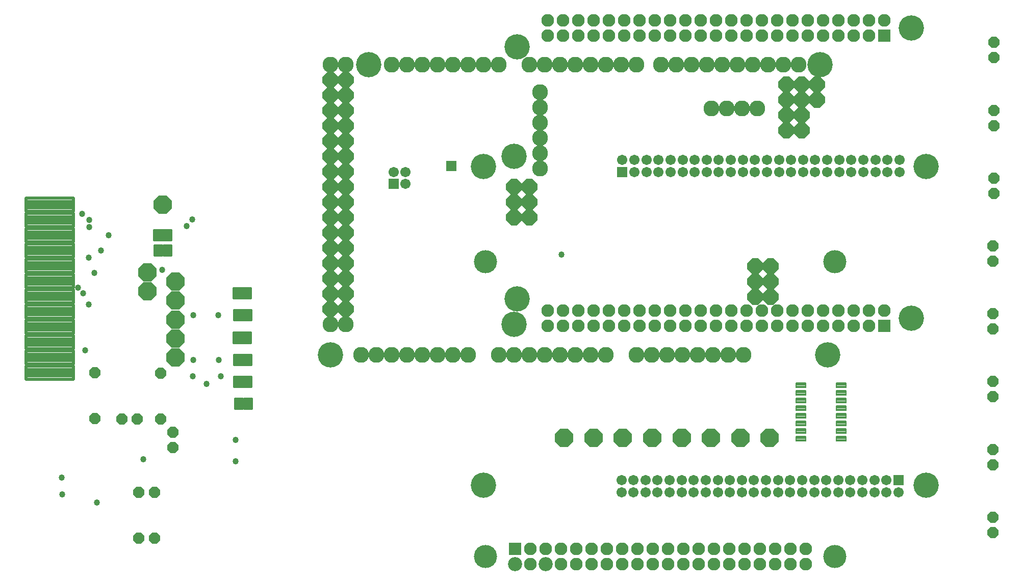
<source format=gbs>
G75*
%MOIN*%
%OFA0B0*%
%FSLAX25Y25*%
%IPPOS*%
%LPD*%
%AMOC8*
5,1,8,0,0,1.08239X$1,22.5*
%
%ADD10C,0.02094*%
%ADD11C,0.10360*%
%ADD12OC8,0.10360*%
%ADD13C,0.16535*%
%ADD14R,0.06720X0.06720*%
%ADD15C,0.06720*%
%ADD16R,0.08312X0.08312*%
%ADD17C,0.08312*%
%ADD18C,0.01288*%
%ADD19R,0.00600X0.07200*%
%ADD20OC8,0.07280*%
%ADD21C,0.09240*%
%ADD22C,0.15157*%
%ADD23C,0.00772*%
%ADD24OC8,0.11900*%
%ADD25C,0.04060*%
D10*
X0088073Y0223538D02*
X0118971Y0223538D01*
X0118971Y0215160D01*
X0088073Y0215160D01*
X0088073Y0223538D01*
X0088073Y0217253D02*
X0118971Y0217253D01*
X0118971Y0219346D02*
X0088073Y0219346D01*
X0088073Y0221439D02*
X0118971Y0221439D01*
X0118971Y0223532D02*
X0088073Y0223532D01*
X0088073Y0233538D02*
X0118971Y0233538D01*
X0118971Y0225160D01*
X0088073Y0225160D01*
X0088073Y0233538D01*
X0088073Y0227253D02*
X0118971Y0227253D01*
X0118971Y0229346D02*
X0088073Y0229346D01*
X0088073Y0231439D02*
X0118971Y0231439D01*
X0118971Y0233532D02*
X0088073Y0233532D01*
X0088073Y0243538D02*
X0118971Y0243538D01*
X0118971Y0235160D01*
X0088073Y0235160D01*
X0088073Y0243538D01*
X0088073Y0237253D02*
X0118971Y0237253D01*
X0118971Y0239346D02*
X0088073Y0239346D01*
X0088073Y0241439D02*
X0118971Y0241439D01*
X0118971Y0243532D02*
X0088073Y0243532D01*
X0088073Y0253538D02*
X0118971Y0253538D01*
X0118971Y0245160D01*
X0088073Y0245160D01*
X0088073Y0253538D01*
X0088073Y0247253D02*
X0118971Y0247253D01*
X0118971Y0249346D02*
X0088073Y0249346D01*
X0088073Y0251439D02*
X0118971Y0251439D01*
X0118971Y0253532D02*
X0088073Y0253532D01*
X0088073Y0263538D02*
X0118971Y0263538D01*
X0118971Y0255160D01*
X0088073Y0255160D01*
X0088073Y0263538D01*
X0088073Y0257253D02*
X0118971Y0257253D01*
X0118971Y0259346D02*
X0088073Y0259346D01*
X0088073Y0261439D02*
X0118971Y0261439D01*
X0118971Y0263532D02*
X0088073Y0263532D01*
X0088073Y0273538D02*
X0118971Y0273538D01*
X0118971Y0265160D01*
X0088073Y0265160D01*
X0088073Y0273538D01*
X0088073Y0267253D02*
X0118971Y0267253D01*
X0118971Y0269346D02*
X0088073Y0269346D01*
X0088073Y0271439D02*
X0118971Y0271439D01*
X0118971Y0273532D02*
X0088073Y0273532D01*
X0088073Y0283538D02*
X0118971Y0283538D01*
X0118971Y0275160D01*
X0088073Y0275160D01*
X0088073Y0283538D01*
X0088073Y0277253D02*
X0118971Y0277253D01*
X0118971Y0279346D02*
X0088073Y0279346D01*
X0088073Y0281439D02*
X0118971Y0281439D01*
X0118971Y0283532D02*
X0088073Y0283532D01*
X0088073Y0293538D02*
X0118971Y0293538D01*
X0118971Y0285160D01*
X0088073Y0285160D01*
X0088073Y0293538D01*
X0088073Y0287253D02*
X0118971Y0287253D01*
X0118971Y0289346D02*
X0088073Y0289346D01*
X0088073Y0291439D02*
X0118971Y0291439D01*
X0118971Y0293532D02*
X0088073Y0293532D01*
X0088073Y0303538D02*
X0118971Y0303538D01*
X0118971Y0295160D01*
X0088073Y0295160D01*
X0088073Y0303538D01*
X0088073Y0297253D02*
X0118971Y0297253D01*
X0118971Y0299346D02*
X0088073Y0299346D01*
X0088073Y0301439D02*
X0118971Y0301439D01*
X0118971Y0303532D02*
X0088073Y0303532D01*
X0088073Y0313538D02*
X0118971Y0313538D01*
X0118971Y0305160D01*
X0088073Y0305160D01*
X0088073Y0313538D01*
X0088073Y0307253D02*
X0118971Y0307253D01*
X0118971Y0309346D02*
X0088073Y0309346D01*
X0088073Y0311439D02*
X0118971Y0311439D01*
X0118971Y0313532D02*
X0088073Y0313532D01*
X0088073Y0323538D02*
X0118971Y0323538D01*
X0118971Y0315160D01*
X0088073Y0315160D01*
X0088073Y0323538D01*
X0088073Y0317253D02*
X0118971Y0317253D01*
X0118971Y0319346D02*
X0088073Y0319346D01*
X0088073Y0321439D02*
X0118971Y0321439D01*
X0118971Y0323532D02*
X0088073Y0323532D01*
X0088073Y0333538D02*
X0118971Y0333538D01*
X0118971Y0325160D01*
X0088073Y0325160D01*
X0088073Y0333538D01*
X0088073Y0327253D02*
X0118971Y0327253D01*
X0118971Y0329346D02*
X0088073Y0329346D01*
X0088073Y0331439D02*
X0118971Y0331439D01*
X0118971Y0333532D02*
X0088073Y0333532D01*
D11*
X0286972Y0251133D03*
X0296972Y0251133D03*
X0306972Y0231133D03*
X0316972Y0231133D03*
X0326972Y0231133D03*
X0336972Y0231133D03*
X0346972Y0231133D03*
X0356972Y0231133D03*
X0366972Y0231133D03*
X0376972Y0231133D03*
X0396972Y0231133D03*
X0406972Y0231133D03*
X0416972Y0231133D03*
X0426972Y0231133D03*
X0436972Y0231133D03*
X0446972Y0231133D03*
X0456972Y0231133D03*
X0466972Y0231133D03*
X0486972Y0231133D03*
X0496972Y0231133D03*
X0506972Y0231133D03*
X0516972Y0231133D03*
X0526972Y0231133D03*
X0536972Y0231133D03*
X0546972Y0231133D03*
X0556972Y0231133D03*
X0423972Y0353133D03*
X0423972Y0363133D03*
X0423972Y0373133D03*
X0423972Y0383133D03*
X0423972Y0393133D03*
X0423972Y0403133D03*
X0426972Y0421133D03*
X0416972Y0421133D03*
X0436972Y0421133D03*
X0446972Y0421133D03*
X0456972Y0421133D03*
X0466972Y0421133D03*
X0476972Y0421133D03*
X0486972Y0421133D03*
X0502972Y0421133D03*
X0512972Y0421133D03*
X0522972Y0421133D03*
X0532972Y0421133D03*
X0542972Y0421133D03*
X0552972Y0421133D03*
X0562972Y0421133D03*
X0572972Y0421133D03*
X0582972Y0421133D03*
X0592972Y0421133D03*
X0565972Y0392333D03*
X0555972Y0392333D03*
X0545972Y0392333D03*
X0535972Y0392333D03*
X0396972Y0421133D03*
X0386972Y0421133D03*
X0376972Y0421133D03*
X0366972Y0421133D03*
X0356972Y0421133D03*
X0346972Y0421133D03*
X0336972Y0421133D03*
X0326972Y0421133D03*
X0296972Y0421133D03*
X0286972Y0421133D03*
D12*
X0286972Y0411133D03*
X0296972Y0411133D03*
X0296972Y0401133D03*
X0286972Y0401133D03*
X0286972Y0391133D03*
X0296972Y0391133D03*
X0296972Y0381133D03*
X0286972Y0381133D03*
X0286972Y0371133D03*
X0296972Y0371133D03*
X0296972Y0361133D03*
X0286972Y0361133D03*
X0286972Y0351133D03*
X0296972Y0351133D03*
X0296972Y0341133D03*
X0286972Y0341133D03*
X0286972Y0331133D03*
X0296972Y0331133D03*
X0296972Y0321133D03*
X0286972Y0321133D03*
X0286972Y0311133D03*
X0296972Y0311133D03*
X0296972Y0301133D03*
X0286972Y0301133D03*
X0286972Y0291133D03*
X0296972Y0291133D03*
X0296972Y0281133D03*
X0286972Y0281133D03*
X0286972Y0271133D03*
X0296972Y0271133D03*
X0296972Y0261133D03*
X0286972Y0261133D03*
X0406972Y0321133D03*
X0406972Y0331133D03*
X0406972Y0341133D03*
X0416972Y0341133D03*
X0416972Y0331133D03*
X0416972Y0321133D03*
X0564772Y0289133D03*
X0574772Y0289133D03*
X0574772Y0279133D03*
X0564772Y0279133D03*
X0564772Y0269133D03*
X0574772Y0269133D03*
X0584972Y0378133D03*
X0594972Y0378133D03*
X0594972Y0388133D03*
X0584972Y0388133D03*
X0584972Y0398133D03*
X0594972Y0398133D03*
X0594972Y0408133D03*
X0584972Y0408133D03*
X0604972Y0408133D03*
X0604972Y0398133D03*
D13*
X0606972Y0421133D03*
X0666606Y0445129D03*
X0676414Y0354212D03*
X0666606Y0255129D03*
X0611972Y0231133D03*
X0676414Y0145550D03*
X0409106Y0267629D03*
X0406972Y0251133D03*
X0286972Y0231133D03*
X0387044Y0145550D03*
X0387044Y0354212D03*
X0406972Y0361133D03*
X0311972Y0421133D03*
X0409106Y0432629D03*
D14*
X0366116Y0354788D03*
X0328304Y0342913D03*
X0477910Y0350787D03*
X0658383Y0148976D03*
D15*
X0650509Y0148976D03*
X0642635Y0148976D03*
X0634760Y0148976D03*
X0626886Y0148976D03*
X0619012Y0148976D03*
X0611138Y0148976D03*
X0603264Y0148976D03*
X0595390Y0148976D03*
X0587516Y0148976D03*
X0579642Y0148976D03*
X0571768Y0148976D03*
X0563894Y0148976D03*
X0556020Y0148976D03*
X0548146Y0148976D03*
X0540272Y0148976D03*
X0532398Y0148976D03*
X0524524Y0148976D03*
X0516650Y0148976D03*
X0508776Y0148976D03*
X0500902Y0148976D03*
X0493028Y0148976D03*
X0485154Y0148976D03*
X0477280Y0148976D03*
X0477280Y0141102D03*
X0485154Y0141102D03*
X0493028Y0141102D03*
X0500902Y0141102D03*
X0508776Y0141102D03*
X0516650Y0141102D03*
X0524524Y0141102D03*
X0532398Y0141102D03*
X0540272Y0141102D03*
X0548146Y0141102D03*
X0556020Y0141102D03*
X0563894Y0141102D03*
X0571768Y0141102D03*
X0579642Y0141102D03*
X0587516Y0141102D03*
X0595390Y0141102D03*
X0603264Y0141102D03*
X0611138Y0141102D03*
X0619012Y0141102D03*
X0626886Y0141102D03*
X0634760Y0141102D03*
X0642635Y0141102D03*
X0650509Y0141102D03*
X0658383Y0141102D03*
X0336178Y0342913D03*
X0336178Y0350787D03*
X0328304Y0350787D03*
X0477910Y0358661D03*
X0485784Y0358661D03*
X0493658Y0358661D03*
X0501532Y0358661D03*
X0509406Y0358661D03*
X0517280Y0358661D03*
X0525154Y0358661D03*
X0533028Y0358661D03*
X0540902Y0358661D03*
X0548776Y0358661D03*
X0556650Y0358661D03*
X0564524Y0358661D03*
X0572398Y0358661D03*
X0580272Y0358661D03*
X0588146Y0358661D03*
X0596020Y0358661D03*
X0603894Y0358661D03*
X0611768Y0358661D03*
X0619642Y0358661D03*
X0627516Y0358661D03*
X0635390Y0358661D03*
X0643264Y0358661D03*
X0651138Y0358661D03*
X0659012Y0358661D03*
X0659012Y0350787D03*
X0651138Y0350787D03*
X0643264Y0350787D03*
X0635390Y0350787D03*
X0627516Y0350787D03*
X0619642Y0350787D03*
X0611768Y0350787D03*
X0603894Y0350787D03*
X0596020Y0350787D03*
X0588146Y0350787D03*
X0580272Y0350787D03*
X0572398Y0350787D03*
X0564524Y0350787D03*
X0556650Y0350787D03*
X0548776Y0350787D03*
X0540902Y0350787D03*
X0533028Y0350787D03*
X0525154Y0350787D03*
X0517280Y0350787D03*
X0509406Y0350787D03*
X0501532Y0350787D03*
X0493658Y0350787D03*
X0485784Y0350787D03*
D16*
X0649106Y0440129D03*
X0649106Y0250129D03*
X0407658Y0104083D03*
D17*
X0417658Y0104083D03*
X0427658Y0104083D03*
X0437658Y0104083D03*
X0437658Y0094083D03*
X0447658Y0094083D03*
X0457658Y0094083D03*
X0467658Y0094083D03*
X0477658Y0094083D03*
X0487658Y0094083D03*
X0497658Y0094083D03*
X0507658Y0094083D03*
X0517658Y0094083D03*
X0527658Y0094083D03*
X0537658Y0094083D03*
X0547658Y0094083D03*
X0557658Y0094083D03*
X0567658Y0094083D03*
X0577658Y0094083D03*
X0587658Y0094083D03*
X0597658Y0094083D03*
X0597658Y0104083D03*
X0587658Y0104083D03*
X0577658Y0104083D03*
X0567658Y0104083D03*
X0557658Y0104083D03*
X0547658Y0104083D03*
X0537658Y0104083D03*
X0527658Y0104083D03*
X0517658Y0104083D03*
X0507658Y0104083D03*
X0497658Y0104083D03*
X0487658Y0104083D03*
X0477658Y0104083D03*
X0467658Y0104083D03*
X0457658Y0104083D03*
X0447658Y0104083D03*
X0417658Y0094083D03*
X0429106Y0250129D03*
X0429106Y0260129D03*
X0439106Y0260129D03*
X0449106Y0260129D03*
X0459106Y0260129D03*
X0469106Y0260129D03*
X0469106Y0250129D03*
X0459106Y0250129D03*
X0449106Y0250129D03*
X0439106Y0250129D03*
X0479106Y0250129D03*
X0489106Y0250129D03*
X0499106Y0250129D03*
X0499106Y0260129D03*
X0489106Y0260129D03*
X0479106Y0260129D03*
X0509106Y0260129D03*
X0519106Y0260129D03*
X0529106Y0260129D03*
X0539106Y0260129D03*
X0539106Y0250129D03*
X0529106Y0250129D03*
X0519106Y0250129D03*
X0509106Y0250129D03*
X0549106Y0250129D03*
X0559106Y0250129D03*
X0569106Y0250129D03*
X0579106Y0250129D03*
X0579106Y0260129D03*
X0569106Y0260129D03*
X0559106Y0260129D03*
X0549106Y0260129D03*
X0589106Y0260129D03*
X0599106Y0260129D03*
X0609106Y0260129D03*
X0609106Y0250129D03*
X0599106Y0250129D03*
X0589106Y0250129D03*
X0619106Y0250129D03*
X0629106Y0250129D03*
X0639106Y0250129D03*
X0639106Y0260129D03*
X0629106Y0260129D03*
X0619106Y0260129D03*
X0649106Y0260129D03*
X0639106Y0440129D03*
X0629106Y0440129D03*
X0619106Y0440129D03*
X0609106Y0440129D03*
X0599106Y0440129D03*
X0589106Y0440129D03*
X0579106Y0440129D03*
X0569106Y0440129D03*
X0559106Y0440129D03*
X0549106Y0440129D03*
X0539106Y0440129D03*
X0529106Y0440129D03*
X0519106Y0440129D03*
X0509106Y0440129D03*
X0499106Y0440129D03*
X0489106Y0440129D03*
X0479106Y0440129D03*
X0469106Y0440129D03*
X0459106Y0440129D03*
X0449106Y0440129D03*
X0439106Y0440129D03*
X0429106Y0440129D03*
X0429106Y0450129D03*
X0439106Y0450129D03*
X0449106Y0450129D03*
X0459106Y0450129D03*
X0469106Y0450129D03*
X0479106Y0450129D03*
X0489106Y0450129D03*
X0499106Y0450129D03*
X0509106Y0450129D03*
X0519106Y0450129D03*
X0529106Y0450129D03*
X0539106Y0450129D03*
X0549106Y0450129D03*
X0559106Y0450129D03*
X0569106Y0450129D03*
X0579106Y0450129D03*
X0589106Y0450129D03*
X0599106Y0450129D03*
X0609106Y0450129D03*
X0619106Y0450129D03*
X0629106Y0450129D03*
X0639106Y0450129D03*
X0649106Y0450129D03*
D18*
X0234971Y0267907D02*
X0229819Y0267907D01*
X0229819Y0274759D01*
X0234971Y0274759D01*
X0234971Y0267907D01*
X0234971Y0269194D02*
X0229819Y0269194D01*
X0229819Y0270481D02*
X0234971Y0270481D01*
X0234971Y0271768D02*
X0229819Y0271768D01*
X0229819Y0273055D02*
X0234971Y0273055D01*
X0234971Y0274342D02*
X0229819Y0274342D01*
X0228971Y0267907D02*
X0223819Y0267907D01*
X0223819Y0274759D01*
X0228971Y0274759D01*
X0228971Y0267907D01*
X0228971Y0269194D02*
X0223819Y0269194D01*
X0223819Y0270481D02*
X0228971Y0270481D01*
X0228971Y0271768D02*
X0223819Y0271768D01*
X0223819Y0273055D02*
X0228971Y0273055D01*
X0228971Y0274342D02*
X0223819Y0274342D01*
X0224219Y0253507D02*
X0229371Y0253507D01*
X0224219Y0253507D02*
X0224219Y0260359D01*
X0229371Y0260359D01*
X0229371Y0253507D01*
X0229371Y0254794D02*
X0224219Y0254794D01*
X0224219Y0256081D02*
X0229371Y0256081D01*
X0229371Y0257368D02*
X0224219Y0257368D01*
X0224219Y0258655D02*
X0229371Y0258655D01*
X0229371Y0259942D02*
X0224219Y0259942D01*
X0230219Y0253507D02*
X0235371Y0253507D01*
X0230219Y0253507D02*
X0230219Y0260359D01*
X0235371Y0260359D01*
X0235371Y0253507D01*
X0235371Y0254794D02*
X0230219Y0254794D01*
X0230219Y0256081D02*
X0235371Y0256081D01*
X0235371Y0257368D02*
X0230219Y0257368D01*
X0230219Y0258655D02*
X0235371Y0258655D01*
X0235371Y0259942D02*
X0230219Y0259942D01*
X0229819Y0245559D02*
X0234971Y0245559D01*
X0234971Y0238707D01*
X0229819Y0238707D01*
X0229819Y0245559D01*
X0229819Y0239994D02*
X0234971Y0239994D01*
X0234971Y0241281D02*
X0229819Y0241281D01*
X0229819Y0242568D02*
X0234971Y0242568D01*
X0234971Y0243855D02*
X0229819Y0243855D01*
X0229819Y0245142D02*
X0234971Y0245142D01*
X0228971Y0245559D02*
X0223819Y0245559D01*
X0228971Y0245559D02*
X0228971Y0238707D01*
X0223819Y0238707D01*
X0223819Y0245559D01*
X0223819Y0239994D02*
X0228971Y0239994D01*
X0228971Y0241281D02*
X0223819Y0241281D01*
X0223819Y0242568D02*
X0228971Y0242568D01*
X0228971Y0243855D02*
X0223819Y0243855D01*
X0223819Y0245142D02*
X0228971Y0245142D01*
X0229371Y0224307D02*
X0224219Y0224307D01*
X0224219Y0231159D01*
X0229371Y0231159D01*
X0229371Y0224307D01*
X0229371Y0225594D02*
X0224219Y0225594D01*
X0224219Y0226881D02*
X0229371Y0226881D01*
X0229371Y0228168D02*
X0224219Y0228168D01*
X0224219Y0229455D02*
X0229371Y0229455D01*
X0229371Y0230742D02*
X0224219Y0230742D01*
X0230219Y0224307D02*
X0235371Y0224307D01*
X0230219Y0224307D02*
X0230219Y0231159D01*
X0235371Y0231159D01*
X0235371Y0224307D01*
X0235371Y0225594D02*
X0230219Y0225594D01*
X0230219Y0226881D02*
X0235371Y0226881D01*
X0235371Y0228168D02*
X0230219Y0228168D01*
X0230219Y0229455D02*
X0235371Y0229455D01*
X0235371Y0230742D02*
X0230219Y0230742D01*
X0230219Y0216759D02*
X0235371Y0216759D01*
X0235371Y0209907D01*
X0230219Y0209907D01*
X0230219Y0216759D01*
X0230219Y0211194D02*
X0235371Y0211194D01*
X0235371Y0212481D02*
X0230219Y0212481D01*
X0230219Y0213768D02*
X0235371Y0213768D01*
X0235371Y0215055D02*
X0230219Y0215055D01*
X0230219Y0216342D02*
X0235371Y0216342D01*
X0229371Y0216759D02*
X0224219Y0216759D01*
X0229371Y0216759D02*
X0229371Y0209907D01*
X0224219Y0209907D01*
X0224219Y0216759D01*
X0224219Y0211194D02*
X0229371Y0211194D01*
X0229371Y0212481D02*
X0224219Y0212481D01*
X0224219Y0213768D02*
X0229371Y0213768D01*
X0229371Y0215055D02*
X0224219Y0215055D01*
X0224219Y0216342D02*
X0229371Y0216342D01*
X0229771Y0202359D02*
X0224619Y0202359D01*
X0229771Y0202359D02*
X0229771Y0195507D01*
X0224619Y0195507D01*
X0224619Y0202359D01*
X0224619Y0196794D02*
X0229771Y0196794D01*
X0229771Y0198081D02*
X0224619Y0198081D01*
X0224619Y0199368D02*
X0229771Y0199368D01*
X0229771Y0200655D02*
X0224619Y0200655D01*
X0224619Y0201942D02*
X0229771Y0201942D01*
X0230619Y0202359D02*
X0235771Y0202359D01*
X0235771Y0195507D01*
X0230619Y0195507D01*
X0230619Y0202359D01*
X0230619Y0196794D02*
X0235771Y0196794D01*
X0235771Y0198081D02*
X0230619Y0198081D01*
X0230619Y0199368D02*
X0235771Y0199368D01*
X0235771Y0200655D02*
X0230619Y0200655D01*
X0230619Y0201942D02*
X0235771Y0201942D01*
X0183171Y0295907D02*
X0178019Y0295907D01*
X0178019Y0302759D01*
X0183171Y0302759D01*
X0183171Y0295907D01*
X0183171Y0297194D02*
X0178019Y0297194D01*
X0178019Y0298481D02*
X0183171Y0298481D01*
X0183171Y0299768D02*
X0178019Y0299768D01*
X0178019Y0301055D02*
X0183171Y0301055D01*
X0183171Y0302342D02*
X0178019Y0302342D01*
X0177171Y0295907D02*
X0172019Y0295907D01*
X0172019Y0302759D01*
X0177171Y0302759D01*
X0177171Y0295907D01*
X0177171Y0297194D02*
X0172019Y0297194D01*
X0172019Y0298481D02*
X0177171Y0298481D01*
X0177171Y0299768D02*
X0172019Y0299768D01*
X0172019Y0301055D02*
X0177171Y0301055D01*
X0177171Y0302342D02*
X0172019Y0302342D01*
X0171919Y0305907D02*
X0177071Y0305907D01*
X0171919Y0305907D02*
X0171919Y0312759D01*
X0177071Y0312759D01*
X0177071Y0305907D01*
X0177071Y0307194D02*
X0171919Y0307194D01*
X0171919Y0308481D02*
X0177071Y0308481D01*
X0177071Y0309768D02*
X0171919Y0309768D01*
X0171919Y0311055D02*
X0177071Y0311055D01*
X0177071Y0312342D02*
X0171919Y0312342D01*
X0177919Y0305907D02*
X0183071Y0305907D01*
X0177919Y0305907D02*
X0177919Y0312759D01*
X0183071Y0312759D01*
X0183071Y0305907D01*
X0183071Y0307194D02*
X0177919Y0307194D01*
X0177919Y0308481D02*
X0183071Y0308481D01*
X0183071Y0309768D02*
X0177919Y0309768D01*
X0177919Y0311055D02*
X0183071Y0311055D01*
X0183071Y0312342D02*
X0177919Y0312342D01*
D19*
X0177495Y0309333D03*
X0177595Y0299333D03*
X0229395Y0271333D03*
X0229795Y0256933D03*
X0229395Y0242133D03*
X0229795Y0227733D03*
X0229795Y0213333D03*
X0230195Y0198933D03*
D20*
X0161595Y0110933D03*
X0171995Y0110933D03*
X0171995Y0140933D03*
X0161595Y0140933D03*
X0183995Y0170433D03*
X0183995Y0180433D03*
X0176195Y0188933D03*
X0160895Y0189133D03*
X0150895Y0189133D03*
X0132995Y0189233D03*
X0132995Y0219233D03*
X0176195Y0218933D03*
X0720195Y0213533D03*
X0720195Y0203533D03*
X0720195Y0169133D03*
X0720195Y0159133D03*
X0720195Y0124733D03*
X0720195Y0114733D03*
X0720195Y0247933D03*
X0720195Y0257933D03*
X0720195Y0292333D03*
X0720195Y0302333D03*
X0720595Y0336733D03*
X0720595Y0346733D03*
X0720595Y0381133D03*
X0720595Y0391133D03*
X0720595Y0425533D03*
X0720595Y0435533D03*
D21*
X0427658Y0094083D03*
X0407658Y0094083D03*
D22*
X0388375Y0099040D03*
X0616721Y0099040D03*
X0616721Y0291954D03*
X0388375Y0291954D03*
D23*
X0597740Y0212776D02*
X0597740Y0209690D01*
X0591504Y0209690D01*
X0591504Y0212776D01*
X0597740Y0212776D01*
X0597740Y0210461D02*
X0591504Y0210461D01*
X0591504Y0211232D02*
X0597740Y0211232D01*
X0597740Y0212003D02*
X0591504Y0212003D01*
X0591504Y0212774D02*
X0597740Y0212774D01*
X0597740Y0207776D02*
X0597740Y0204690D01*
X0591504Y0204690D01*
X0591504Y0207776D01*
X0597740Y0207776D01*
X0597740Y0205461D02*
X0591504Y0205461D01*
X0591504Y0206232D02*
X0597740Y0206232D01*
X0597740Y0207003D02*
X0591504Y0207003D01*
X0591504Y0207774D02*
X0597740Y0207774D01*
X0597740Y0202776D02*
X0597740Y0199690D01*
X0591504Y0199690D01*
X0591504Y0202776D01*
X0597740Y0202776D01*
X0597740Y0200461D02*
X0591504Y0200461D01*
X0591504Y0201232D02*
X0597740Y0201232D01*
X0597740Y0202003D02*
X0591504Y0202003D01*
X0591504Y0202774D02*
X0597740Y0202774D01*
X0597740Y0197776D02*
X0597740Y0194690D01*
X0591504Y0194690D01*
X0591504Y0197776D01*
X0597740Y0197776D01*
X0597740Y0195461D02*
X0591504Y0195461D01*
X0591504Y0196232D02*
X0597740Y0196232D01*
X0597740Y0197003D02*
X0591504Y0197003D01*
X0591504Y0197774D02*
X0597740Y0197774D01*
X0597740Y0192776D02*
X0597740Y0189690D01*
X0591504Y0189690D01*
X0591504Y0192776D01*
X0597740Y0192776D01*
X0597740Y0190461D02*
X0591504Y0190461D01*
X0591504Y0191232D02*
X0597740Y0191232D01*
X0597740Y0192003D02*
X0591504Y0192003D01*
X0591504Y0192774D02*
X0597740Y0192774D01*
X0597740Y0187776D02*
X0597740Y0184690D01*
X0591504Y0184690D01*
X0591504Y0187776D01*
X0597740Y0187776D01*
X0597740Y0185461D02*
X0591504Y0185461D01*
X0591504Y0186232D02*
X0597740Y0186232D01*
X0597740Y0187003D02*
X0591504Y0187003D01*
X0591504Y0187774D02*
X0597740Y0187774D01*
X0597740Y0182776D02*
X0597740Y0179690D01*
X0591504Y0179690D01*
X0591504Y0182776D01*
X0597740Y0182776D01*
X0597740Y0180461D02*
X0591504Y0180461D01*
X0591504Y0181232D02*
X0597740Y0181232D01*
X0597740Y0182003D02*
X0591504Y0182003D01*
X0591504Y0182774D02*
X0597740Y0182774D01*
X0597740Y0177776D02*
X0597740Y0174690D01*
X0591504Y0174690D01*
X0591504Y0177776D01*
X0597740Y0177776D01*
X0597740Y0175461D02*
X0591504Y0175461D01*
X0591504Y0176232D02*
X0597740Y0176232D01*
X0597740Y0177003D02*
X0591504Y0177003D01*
X0591504Y0177774D02*
X0597740Y0177774D01*
X0624086Y0177776D02*
X0624086Y0174690D01*
X0617850Y0174690D01*
X0617850Y0177776D01*
X0624086Y0177776D01*
X0624086Y0175461D02*
X0617850Y0175461D01*
X0617850Y0176232D02*
X0624086Y0176232D01*
X0624086Y0177003D02*
X0617850Y0177003D01*
X0617850Y0177774D02*
X0624086Y0177774D01*
X0624086Y0179690D02*
X0624086Y0182776D01*
X0624086Y0179690D02*
X0617850Y0179690D01*
X0617850Y0182776D01*
X0624086Y0182776D01*
X0624086Y0180461D02*
X0617850Y0180461D01*
X0617850Y0181232D02*
X0624086Y0181232D01*
X0624086Y0182003D02*
X0617850Y0182003D01*
X0617850Y0182774D02*
X0624086Y0182774D01*
X0624086Y0184690D02*
X0624086Y0187776D01*
X0624086Y0184690D02*
X0617850Y0184690D01*
X0617850Y0187776D01*
X0624086Y0187776D01*
X0624086Y0185461D02*
X0617850Y0185461D01*
X0617850Y0186232D02*
X0624086Y0186232D01*
X0624086Y0187003D02*
X0617850Y0187003D01*
X0617850Y0187774D02*
X0624086Y0187774D01*
X0624086Y0189690D02*
X0624086Y0192776D01*
X0624086Y0189690D02*
X0617850Y0189690D01*
X0617850Y0192776D01*
X0624086Y0192776D01*
X0624086Y0190461D02*
X0617850Y0190461D01*
X0617850Y0191232D02*
X0624086Y0191232D01*
X0624086Y0192003D02*
X0617850Y0192003D01*
X0617850Y0192774D02*
X0624086Y0192774D01*
X0624086Y0194690D02*
X0624086Y0197776D01*
X0624086Y0194690D02*
X0617850Y0194690D01*
X0617850Y0197776D01*
X0624086Y0197776D01*
X0624086Y0195461D02*
X0617850Y0195461D01*
X0617850Y0196232D02*
X0624086Y0196232D01*
X0624086Y0197003D02*
X0617850Y0197003D01*
X0617850Y0197774D02*
X0624086Y0197774D01*
X0624086Y0199690D02*
X0624086Y0202776D01*
X0624086Y0199690D02*
X0617850Y0199690D01*
X0617850Y0202776D01*
X0624086Y0202776D01*
X0624086Y0200461D02*
X0617850Y0200461D01*
X0617850Y0201232D02*
X0624086Y0201232D01*
X0624086Y0202003D02*
X0617850Y0202003D01*
X0617850Y0202774D02*
X0624086Y0202774D01*
X0624086Y0204690D02*
X0624086Y0207776D01*
X0624086Y0204690D02*
X0617850Y0204690D01*
X0617850Y0207776D01*
X0624086Y0207776D01*
X0624086Y0205461D02*
X0617850Y0205461D01*
X0617850Y0206232D02*
X0624086Y0206232D01*
X0624086Y0207003D02*
X0617850Y0207003D01*
X0617850Y0207774D02*
X0624086Y0207774D01*
X0624086Y0209690D02*
X0624086Y0212776D01*
X0624086Y0209690D02*
X0617850Y0209690D01*
X0617850Y0212776D01*
X0624086Y0212776D01*
X0624086Y0210461D02*
X0617850Y0210461D01*
X0617850Y0211232D02*
X0624086Y0211232D01*
X0624086Y0212003D02*
X0617850Y0212003D01*
X0617850Y0212774D02*
X0624086Y0212774D01*
D24*
X0574195Y0176533D03*
X0554995Y0176533D03*
X0535795Y0176533D03*
X0516595Y0176533D03*
X0497395Y0176533D03*
X0478195Y0176533D03*
X0458995Y0176533D03*
X0439795Y0176533D03*
X0185795Y0229333D03*
X0185795Y0241733D03*
X0185795Y0254133D03*
X0185795Y0266533D03*
X0185795Y0278933D03*
X0167395Y0284933D03*
X0167395Y0272533D03*
X0177395Y0329333D03*
D25*
X0192995Y0315333D03*
X0196595Y0319733D03*
X0176995Y0286533D03*
X0142195Y0309333D03*
X0136995Y0299333D03*
X0128995Y0294533D03*
X0132595Y0284533D03*
X0122195Y0274933D03*
X0125395Y0271333D03*
X0128995Y0264133D03*
X0126595Y0234133D03*
X0197395Y0227733D03*
X0197195Y0216933D03*
X0206195Y0212133D03*
X0215395Y0216933D03*
X0214195Y0227733D03*
X0213795Y0256933D03*
X0197395Y0256933D03*
X0129395Y0314533D03*
X0129395Y0319333D03*
X0124595Y0323333D03*
X0225195Y0175333D03*
X0225195Y0161333D03*
X0164795Y0162733D03*
X0134295Y0134233D03*
X0111695Y0139733D03*
X0111295Y0150733D03*
X0438195Y0296533D03*
M02*

</source>
